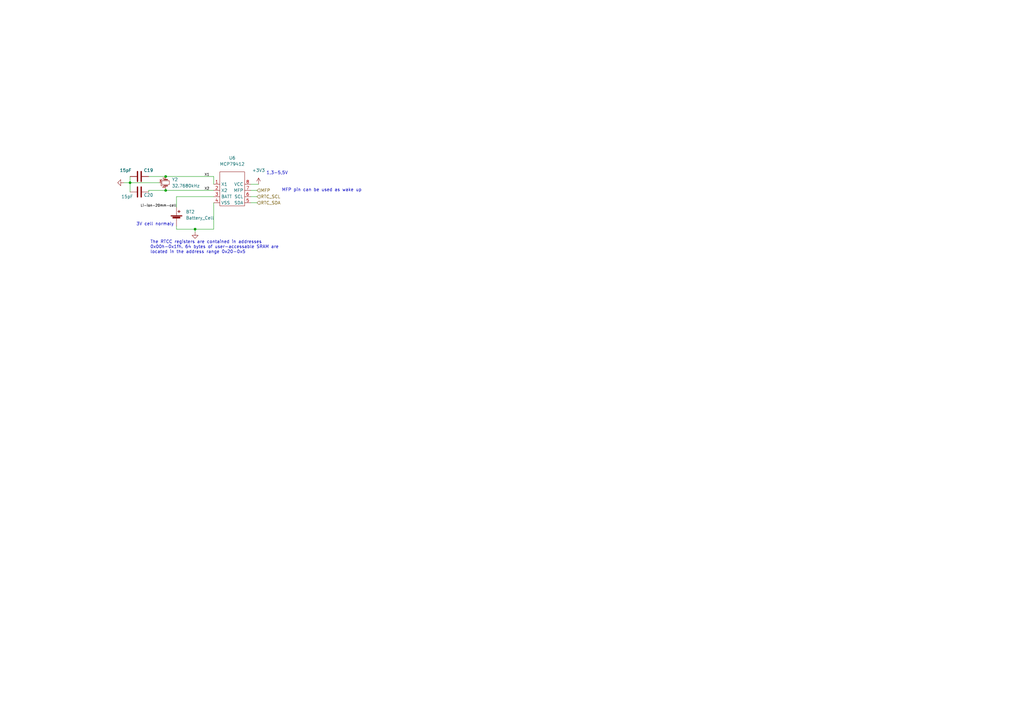
<source format=kicad_sch>
(kicad_sch (version 20211123) (generator eeschema)
  (paper "A3")
  (title_block (title "RP2040 learning board with Li ion battery and sensors") (rev "2"))
  (lib_symbols
    (symbol "Device:Battery_Cell" (pin_numbers hide) (pin_names (offset 0) hide)
      (property "Reference" "BT" (at 2.54 2.54 0))
      (property "Value" "Battery_Cell" (at 2.54 0 0))
      (symbol "Battery_Cell_0_1"
        (rectangle (start -2.286 1.778) (end 2.286 1.524) (fill (type outline)))
        (rectangle (start -1.5748 1.1938) (end 1.4732 0.6858) (fill (type outline)))
        (polyline (pts (xy 0 0.762) (xy 0 0)))
        (polyline (pts (xy 0 1.778) (xy 0 2.54)))
        (polyline (pts (xy 0.508 3.429) (xy 1.524 3.429)) (stroke (width 0.254)))
        (polyline (pts (xy 1.016 3.937) (xy 1.016 2.921)) (stroke (width 0.254)))
      )
      (symbol "Battery_Cell_1_1"
        (pin passive line (at 0 5.08 270) (length 2.54) (name "+") (number "1"))
        (pin passive line (at 0 -2.54 90) (length 2.54) (name "-") (number "2"))
      )
    )
    (symbol "Device:C" (pin_numbers hide) (pin_names (offset 0.254))
      (property "Reference" "C" (at 0.635 2.54 0))
      (property "Value" "C" (at 0.635 -2.54 0))
      (symbol "C_0_1"
        (polyline (pts (xy -2.032 -0.762) (xy 2.032 -0.762)) (stroke (width 0.508)))
        (polyline (pts (xy -2.032 0.762) (xy 2.032 0.762)) (stroke (width 0.508)))
      )
      (symbol "C_1_1"
        (pin passive line (at 0 3.81 270) (length 2.794) (name "~") (number "1"))
        (pin passive line (at 0 -3.81 90) (length 2.794) (name "~") (number "2"))
      )
    )
    (symbol "Device:Crystal_GND3_Small" (pin_names (offset 1.016) hide)
      (property "Reference" "Y" (at 0 5.08 0))
      (property "Value" "Crystal_GND3_Small" (at 0 3.175 0))
      (symbol "Crystal_GND3_Small_0_1"
        (rectangle (start -0.762 -1.524) (end 0.762 1.524))
        (polyline (pts (xy -1.27 -0.762) (xy -1.27 0.762)) (stroke (width 0.381)))
        (polyline (pts (xy 1.27 -0.762) (xy 1.27 0.762)) (stroke (width 0.381)))
        (polyline (pts (xy -1.27 -1.27) (xy -1.27 -1.905) (xy 1.27 -1.905) (xy 1.27 -1.27)))
      )
      (symbol "Crystal_GND3_Small_1_1"
        (pin passive line (at -2.54 0 0) (length 1.27) (name "1") (number "1"))
        (pin passive line (at 2.54 0 180) (length 1.27) (name "2") (number "2"))
        (pin passive line (at 0 -2.54 90) (length 0.635) (name "3") (number "3"))
      )
    )
    (symbol "My_custom_lib:MCP79412"
      (property "Reference" "U" (at 0 8.89 0))
      (property "Value" "MCP79412" (at 0 5.08 0))
      (symbol "MCP79412_0_1"
        (rectangle (start -5.08 -6.35) (end 5.08 7.62))
      )
      (symbol "MCP79412_1_1"
        (pin output line (at -7.62 2.54 0) (length 2.54) (name "X1") (number "1"))
        (pin output line (at -7.62 0 0) (length 2.54) (name "X2") (number "2"))
        (pin output line (at -7.62 -2.54 0) (length 2.54) (name "BATT") (number "3"))
        (pin output line (at -7.62 -5.08 0) (length 2.54) (name "VSS") (number "4"))
        (pin output line (at 7.62 -5.08 180) (length 2.54) (name "SDA") (number "5"))
        (pin output line (at 7.62 -2.54 180) (length 2.54) (name "SCL") (number "6"))
        (pin output line (at 7.62 0 180) (length 2.54) (name "MFP") (number "7"))
        (pin output line (at 7.62 2.54 180) (length 2.54) (name "VCC") (number "8"))
      )
    )
    (symbol "power:+3V3" (power) (pin_names (offset 0))
      (property "Value" "+3V3" (at 0 3.556 0))
      (symbol "+3V3_0_1"
        (polyline (pts (xy -0.762 1.27) (xy 0 2.54)))
        (polyline (pts (xy 0 0) (xy 0 2.54)))
        (polyline (pts (xy 0 2.54) (xy 0.762 1.27)))
      )
      (symbol "+3V3_1_1"
        (pin power_in line (at 0 0 90) (length 0) hide (name "+3V3") (number "1"))
      )
    )
    (symbol "power:GND" (power) (pin_names (offset 0))
      (property "Value" "GND" (at 0 -3.81 0))
      (symbol "GND_0_1"
        (polyline (pts (xy 0 0) (xy 0 -1.27) (xy 1.27 -1.27) (xy 0 -2.54) (xy -1.27 -1.27) (xy 0 -1.27)))
      )
      (symbol "GND_1_1"
        (pin power_in line (at 0 0 270) (length 0) hide (name "GND") (number "1"))
      )
    )
  )
  (junction (at 80.01 93.98))
  (junction (at 53.34 74.93))
  (junction (at 67.945 78.105))
  (junction (at 67.945 72.39))
  (wire (pts (xy 67.945 72.39) (xy 87.63 72.39)))
  (wire (pts (xy 80.01 93.98) (xy 87.63 93.98)))
  (wire (pts (xy 72.39 93.98) (xy 80.01 93.98)))
  (wire (pts (xy 72.39 80.645) (xy 72.39 85.09)))
  (wire (pts (xy 67.945 78.105) (xy 67.945 77.47)))
  (wire (pts (xy 60.96 78.105) (xy 67.945 78.105)))
  (wire (pts (xy 72.39 93.98) (xy 72.39 92.71)))
  (wire (pts (xy 53.34 74.93) (xy 65.405 74.93)))
  (wire (pts (xy 53.34 72.39) (xy 53.34 74.93)))
  (wire (pts (xy 53.34 74.93) (xy 53.34 78.74)))
  (wire (pts (xy 60.96 72.39) (xy 67.945 72.39)))
  (wire (pts (xy 87.63 80.645) (xy 72.39 80.645)))
  (wire (pts (xy 87.63 93.98) (xy 87.63 83.185)))
  (wire (pts (xy 102.87 83.185) (xy 105.41 83.185)))
  (wire (pts (xy 102.87 78.105) (xy 105.41 78.105)))
  (wire (pts (xy 102.87 80.645) (xy 105.41 80.645)))
  (wire (pts (xy 50.8 74.93) (xy 53.34 74.93)))
  (wire (pts (xy 67.945 78.105) (xy 87.63 78.105)))
  (wire (pts (xy 80.01 93.98) (xy 80.01 95.25)))
  (wire (pts (xy 87.63 72.39) (xy 87.63 75.565)))
  (wire (pts (xy 60.96 78.105) (xy 60.96 78.74)))
  (wire (pts (xy 102.87 75.565) (xy 106.045 75.565)))
  (text "1,3-5,5V" (at 109.22 71.755 0) (effects (font (size 1.27 1.27)) (justify left bottom)))
  (text "3V cell normaly " (at 55.88 92.71 0) (effects (font (size 1.27 1.27)) (justify left bottom)))
  (text "MFP pin can be used as wake up" (at 115.57 78.74 0) (effects (font (size 1.27 1.27)) (justify left bottom)))
  (text "The RTCC registers are contained in addresses\n0x00h-0x1fh. 64 bytes of user-accessable SRAM are\nlocated in the address range 0x20-0x5" (at 61.595 104.14 0) (effects (font (size 1.27 1.27)) (justify left bottom)))
  (label "X2" (at 83.82 78.105 0) (effects (font (size 1 1))))
  (label "Li-ion-20mm-cell" (at 72.39 85.09 180) (effects (font (size 1 1))))
  (label "X1" (at 83.82 72.39 0) (effects (font (size 1 1))))
  (hierarchical_label "MFP" (shape input) (at 105.41 78.105 0))
  (hierarchical_label "RTC_SDA" (shape input) (at 105.41 83.185 0))
  (hierarchical_label "RTC_SCL" (shape input) (at 105.41 80.645 0))
  (symbol (lib_id "power:GND") (at 50.8 74.93 270) (unit 1)
    (property "Reference" "#PWR058" (effects hide))
    (property "Value" "GND" (effects hide))
  )
  (symbol (lib_id "Device:C") (at 57.15 78.74 90) (unit 1)
    (property "Reference" "C20" (at 62.865 80.01 90) (effects (justify left)))
    (property "Value" "15pF" (at 54.61 80.645 90) (effects (justify left)))
    (property "Footprint" "Capacitor_SMD:C_0603_1608Metric_Pad1.08x0.95mm_HandSolder" (effects hide))
  )
  (symbol (lib_id "Device:Crystal_GND3_Small") (at 67.945 74.93 270) (unit 1)
    (property "Reference" "Y2" (at 70.485 73.6599 90) (effects (justify left)))
    (property "Value" "32.7680kHz" (at 70.485 76.1999 90) (effects (justify left)))
    (property "Footprint" "Crystal:Crystal_C38-LF_D3.0mm_L8.0mm_Vertical" (effects hide))
  )
  (symbol (lib_id "power:+3V3") (at 106.045 75.565 0) (unit 1)
    (property "Reference" "#PWR060" (effects hide))
    (property "Value" "+3V3" (at 106.045 69.85 0))
  )
  (symbol (lib_id "power:GND") (at 80.01 95.25 0) (unit 1)
    (property "Reference" "#PWR059" (effects hide))
    (property "Value" "GND" (effects hide))
  )
  (symbol (lib_id "My_custom_lib:MCP79412") (at 95.25 78.105 0) (unit 1)
    (property "Reference" "U6" (at 95.25 64.77 0))
    (property "Value" "MCP79412" (at 95.25 67.31 0))
    (property "Footprint" "Package_SO:TSSOP-8_4.4x3mm_P0.65mm" (effects hide))
    (property "Datasheet" "https://ro.mouser.com/datasheet/2/268/22266A-47240.pdf" (effects hide))
  )
  (symbol (lib_id "Device:C") (at 57.15 72.39 90) (unit 1)
    (property "Reference" "C19" (at 62.865 69.85 90) (effects (justify left)))
    (property "Value" "15pF" (at 53.975 69.85 90) (effects (justify left)))
    (property "Footprint" "Capacitor_SMD:C_0603_1608Metric_Pad1.08x0.95mm_HandSolder" (effects hide))
  )
  (symbol (lib_id "Device:Battery_Cell") (at 72.39 90.17 0) (unit 1)
    (property "Reference" "BT2" (at 76.2 86.8679 0) (effects (justify left)))
    (property "Value" "Battery_Cell" (at 76.2 89.4079 0) (effects (justify left)))
    (property "Footprint" "Z_mycustom_footprint_lib:BATHLD001THM" (effects hide))
  )
)
</source>
